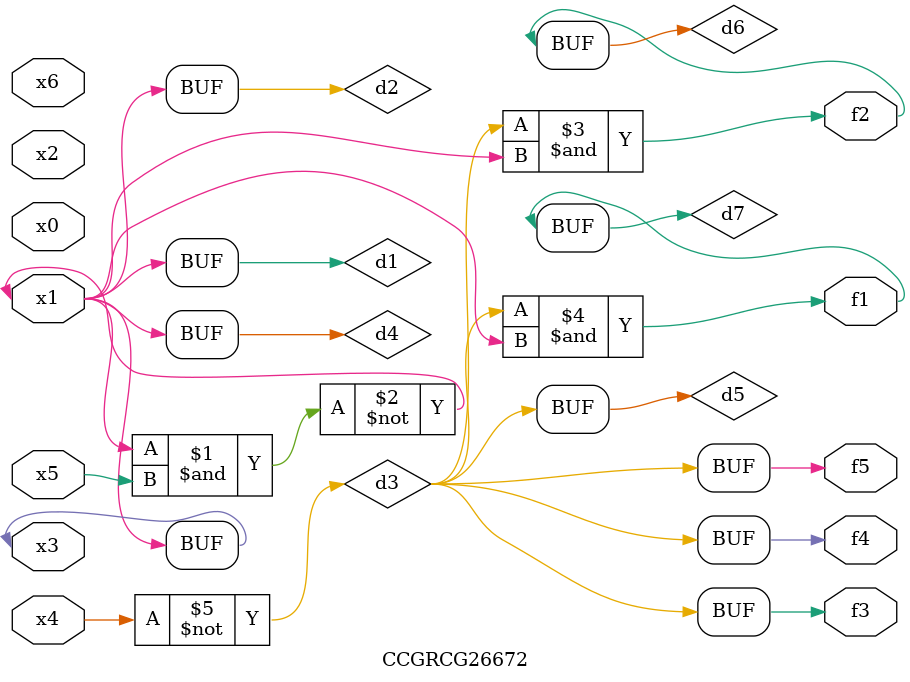
<source format=v>
module CCGRCG26672(
	input x0, x1, x2, x3, x4, x5, x6,
	output f1, f2, f3, f4, f5
);

	wire d1, d2, d3, d4, d5, d6, d7;

	buf (d1, x1, x3);
	nand (d2, x1, x5);
	not (d3, x4);
	buf (d4, d1, d2);
	buf (d5, d3);
	and (d6, d3, d4);
	and (d7, d3, d4);
	assign f1 = d7;
	assign f2 = d6;
	assign f3 = d5;
	assign f4 = d5;
	assign f5 = d5;
endmodule

</source>
